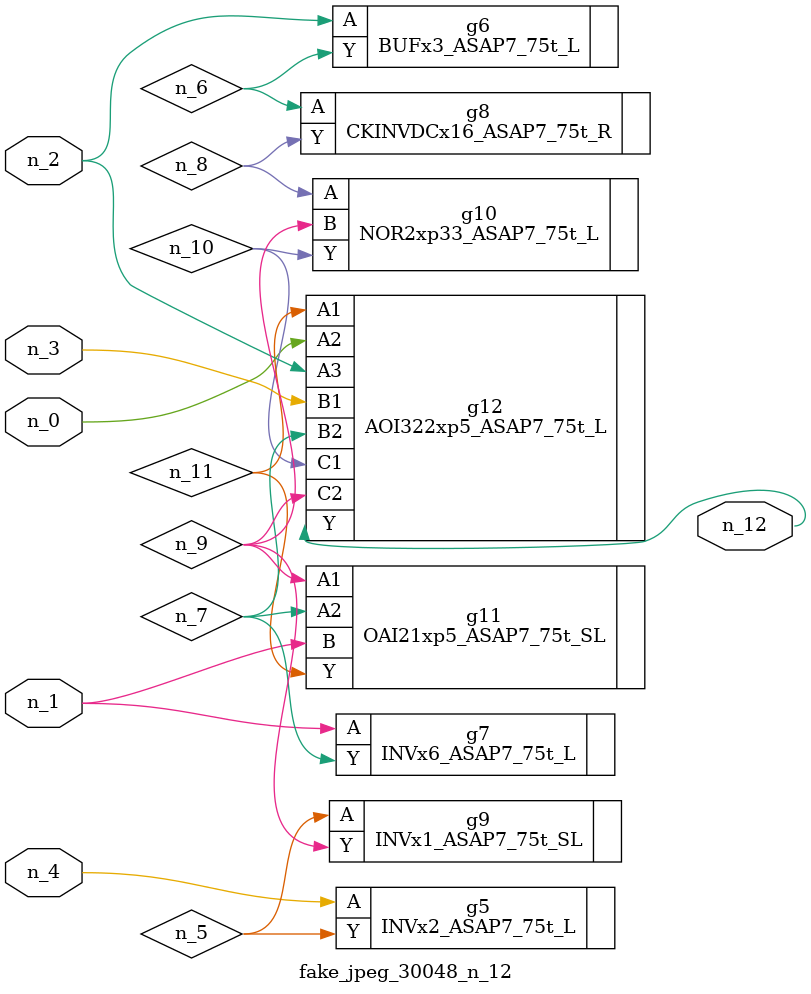
<source format=v>
module fake_jpeg_30048_n_12 (n_3, n_2, n_1, n_0, n_4, n_12);

input n_3;
input n_2;
input n_1;
input n_0;
input n_4;

output n_12;

wire n_11;
wire n_10;
wire n_8;
wire n_9;
wire n_6;
wire n_5;
wire n_7;

INVx2_ASAP7_75t_L g5 ( 
.A(n_4),
.Y(n_5)
);

BUFx3_ASAP7_75t_L g6 ( 
.A(n_2),
.Y(n_6)
);

INVx6_ASAP7_75t_L g7 ( 
.A(n_1),
.Y(n_7)
);

CKINVDCx16_ASAP7_75t_R g8 ( 
.A(n_6),
.Y(n_8)
);

NOR2xp33_ASAP7_75t_L g10 ( 
.A(n_8),
.B(n_9),
.Y(n_10)
);

INVx1_ASAP7_75t_SL g9 ( 
.A(n_5),
.Y(n_9)
);

OAI21xp5_ASAP7_75t_SL g11 ( 
.A1(n_9),
.A2(n_7),
.B(n_1),
.Y(n_11)
);

AOI322xp5_ASAP7_75t_L g12 ( 
.A1(n_11),
.A2(n_0),
.A3(n_2),
.B1(n_3),
.B2(n_7),
.C1(n_10),
.C2(n_9),
.Y(n_12)
);


endmodule
</source>
